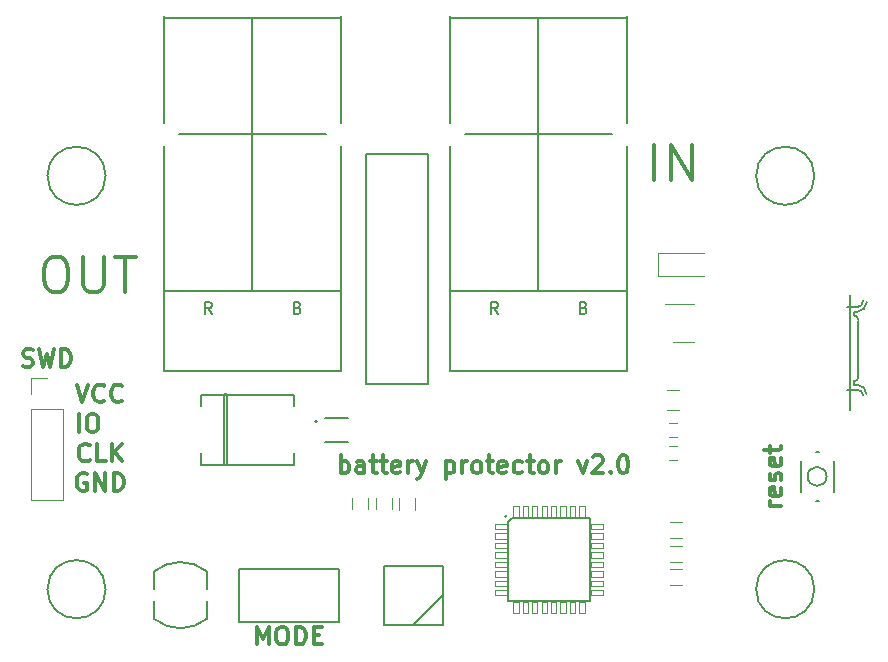
<source format=gbr>
G04 #@! TF.FileFunction,Legend,Top*
%FSLAX46Y46*%
G04 Gerber Fmt 4.6, Leading zero omitted, Abs format (unit mm)*
G04 Created by KiCad (PCBNEW 4.0.7-e2-6376~61~ubuntu18.04.1) date Sat Jul 21 17:42:36 2018*
%MOMM*%
%LPD*%
G01*
G04 APERTURE LIST*
%ADD10C,0.100000*%
%ADD11C,0.300000*%
%ADD12C,0.120000*%
%ADD13C,0.150000*%
%ADD14C,0.200000*%
%ADD15C,0.127000*%
%ADD16C,0.203200*%
%ADD17C,0.066040*%
%ADD18C,0.101600*%
G04 APERTURE END LIST*
D10*
D11*
X87785714Y-110178571D02*
X87785714Y-108678571D01*
X88285714Y-109750000D01*
X88785714Y-108678571D01*
X88785714Y-110178571D01*
X89785714Y-108678571D02*
X90071428Y-108678571D01*
X90214286Y-108750000D01*
X90357143Y-108892857D01*
X90428571Y-109178571D01*
X90428571Y-109678571D01*
X90357143Y-109964286D01*
X90214286Y-110107143D01*
X90071428Y-110178571D01*
X89785714Y-110178571D01*
X89642857Y-110107143D01*
X89500000Y-109964286D01*
X89428571Y-109678571D01*
X89428571Y-109178571D01*
X89500000Y-108892857D01*
X89642857Y-108750000D01*
X89785714Y-108678571D01*
X91071429Y-110178571D02*
X91071429Y-108678571D01*
X91428572Y-108678571D01*
X91642857Y-108750000D01*
X91785715Y-108892857D01*
X91857143Y-109035714D01*
X91928572Y-109321429D01*
X91928572Y-109535714D01*
X91857143Y-109821429D01*
X91785715Y-109964286D01*
X91642857Y-110107143D01*
X91428572Y-110178571D01*
X91071429Y-110178571D01*
X92571429Y-109392857D02*
X93071429Y-109392857D01*
X93285715Y-110178571D02*
X92571429Y-110178571D01*
X92571429Y-108678571D01*
X93285715Y-108678571D01*
X67964286Y-86607143D02*
X68178572Y-86678571D01*
X68535715Y-86678571D01*
X68678572Y-86607143D01*
X68750001Y-86535714D01*
X68821429Y-86392857D01*
X68821429Y-86250000D01*
X68750001Y-86107143D01*
X68678572Y-86035714D01*
X68535715Y-85964286D01*
X68250001Y-85892857D01*
X68107143Y-85821429D01*
X68035715Y-85750000D01*
X67964286Y-85607143D01*
X67964286Y-85464286D01*
X68035715Y-85321429D01*
X68107143Y-85250000D01*
X68250001Y-85178571D01*
X68607143Y-85178571D01*
X68821429Y-85250000D01*
X69321429Y-85178571D02*
X69678572Y-86678571D01*
X69964286Y-85607143D01*
X70250000Y-86678571D01*
X70607143Y-85178571D01*
X71178572Y-86678571D02*
X71178572Y-85178571D01*
X71535715Y-85178571D01*
X71750000Y-85250000D01*
X71892858Y-85392857D01*
X71964286Y-85535714D01*
X72035715Y-85821429D01*
X72035715Y-86035714D01*
X71964286Y-86321429D01*
X71892858Y-86464286D01*
X71750000Y-86607143D01*
X71535715Y-86678571D01*
X71178572Y-86678571D01*
X73357143Y-95750000D02*
X73214286Y-95678571D01*
X73000000Y-95678571D01*
X72785715Y-95750000D01*
X72642857Y-95892857D01*
X72571429Y-96035714D01*
X72500000Y-96321429D01*
X72500000Y-96535714D01*
X72571429Y-96821429D01*
X72642857Y-96964286D01*
X72785715Y-97107143D01*
X73000000Y-97178571D01*
X73142857Y-97178571D01*
X73357143Y-97107143D01*
X73428572Y-97035714D01*
X73428572Y-96535714D01*
X73142857Y-96535714D01*
X74071429Y-97178571D02*
X74071429Y-95678571D01*
X74928572Y-97178571D01*
X74928572Y-95678571D01*
X75642858Y-97178571D02*
X75642858Y-95678571D01*
X76000001Y-95678571D01*
X76214286Y-95750000D01*
X76357144Y-95892857D01*
X76428572Y-96035714D01*
X76500001Y-96321429D01*
X76500001Y-96535714D01*
X76428572Y-96821429D01*
X76357144Y-96964286D01*
X76214286Y-97107143D01*
X76000001Y-97178571D01*
X75642858Y-97178571D01*
X73607143Y-94535714D02*
X73535714Y-94607143D01*
X73321428Y-94678571D01*
X73178571Y-94678571D01*
X72964286Y-94607143D01*
X72821428Y-94464286D01*
X72750000Y-94321429D01*
X72678571Y-94035714D01*
X72678571Y-93821429D01*
X72750000Y-93535714D01*
X72821428Y-93392857D01*
X72964286Y-93250000D01*
X73178571Y-93178571D01*
X73321428Y-93178571D01*
X73535714Y-93250000D01*
X73607143Y-93321429D01*
X74964286Y-94678571D02*
X74250000Y-94678571D01*
X74250000Y-93178571D01*
X75464286Y-94678571D02*
X75464286Y-93178571D01*
X76321429Y-94678571D02*
X75678572Y-93821429D01*
X76321429Y-93178571D02*
X75464286Y-94035714D01*
X72714286Y-92178571D02*
X72714286Y-90678571D01*
X73714286Y-90678571D02*
X74000000Y-90678571D01*
X74142858Y-90750000D01*
X74285715Y-90892857D01*
X74357143Y-91178571D01*
X74357143Y-91678571D01*
X74285715Y-91964286D01*
X74142858Y-92107143D01*
X74000000Y-92178571D01*
X73714286Y-92178571D01*
X73571429Y-92107143D01*
X73428572Y-91964286D01*
X73357143Y-91678571D01*
X73357143Y-91178571D01*
X73428572Y-90892857D01*
X73571429Y-90750000D01*
X73714286Y-90678571D01*
X72500000Y-88178571D02*
X73000000Y-89678571D01*
X73500000Y-88178571D01*
X74857143Y-89535714D02*
X74785714Y-89607143D01*
X74571428Y-89678571D01*
X74428571Y-89678571D01*
X74214286Y-89607143D01*
X74071428Y-89464286D01*
X74000000Y-89321429D01*
X73928571Y-89035714D01*
X73928571Y-88821429D01*
X74000000Y-88535714D01*
X74071428Y-88392857D01*
X74214286Y-88250000D01*
X74428571Y-88178571D01*
X74571428Y-88178571D01*
X74785714Y-88250000D01*
X74857143Y-88321429D01*
X76357143Y-89535714D02*
X76285714Y-89607143D01*
X76071428Y-89678571D01*
X75928571Y-89678571D01*
X75714286Y-89607143D01*
X75571428Y-89464286D01*
X75500000Y-89321429D01*
X75428571Y-89035714D01*
X75428571Y-88821429D01*
X75500000Y-88535714D01*
X75571428Y-88392857D01*
X75714286Y-88250000D01*
X75928571Y-88178571D01*
X76071428Y-88178571D01*
X76285714Y-88250000D01*
X76357143Y-88321429D01*
X132178571Y-98428571D02*
X131178571Y-98428571D01*
X131464286Y-98428571D02*
X131321429Y-98357143D01*
X131250000Y-98285714D01*
X131178571Y-98142857D01*
X131178571Y-98000000D01*
X132107143Y-96928572D02*
X132178571Y-97071429D01*
X132178571Y-97357143D01*
X132107143Y-97500000D01*
X131964286Y-97571429D01*
X131392857Y-97571429D01*
X131250000Y-97500000D01*
X131178571Y-97357143D01*
X131178571Y-97071429D01*
X131250000Y-96928572D01*
X131392857Y-96857143D01*
X131535714Y-96857143D01*
X131678571Y-97571429D01*
X132107143Y-96285715D02*
X132178571Y-96142858D01*
X132178571Y-95857143D01*
X132107143Y-95714286D01*
X131964286Y-95642858D01*
X131892857Y-95642858D01*
X131750000Y-95714286D01*
X131678571Y-95857143D01*
X131678571Y-96071429D01*
X131607143Y-96214286D01*
X131464286Y-96285715D01*
X131392857Y-96285715D01*
X131250000Y-96214286D01*
X131178571Y-96071429D01*
X131178571Y-95857143D01*
X131250000Y-95714286D01*
X132107143Y-94428572D02*
X132178571Y-94571429D01*
X132178571Y-94857143D01*
X132107143Y-95000000D01*
X131964286Y-95071429D01*
X131392857Y-95071429D01*
X131250000Y-95000000D01*
X131178571Y-94857143D01*
X131178571Y-94571429D01*
X131250000Y-94428572D01*
X131392857Y-94357143D01*
X131535714Y-94357143D01*
X131678571Y-95071429D01*
X131178571Y-93928572D02*
X131178571Y-93357143D01*
X130678571Y-93714286D02*
X131964286Y-93714286D01*
X132107143Y-93642858D01*
X132178571Y-93500000D01*
X132178571Y-93357143D01*
X94857144Y-95678571D02*
X94857144Y-94178571D01*
X94857144Y-94750000D02*
X95000001Y-94678571D01*
X95285715Y-94678571D01*
X95428572Y-94750000D01*
X95500001Y-94821429D01*
X95571430Y-94964286D01*
X95571430Y-95392857D01*
X95500001Y-95535714D01*
X95428572Y-95607143D01*
X95285715Y-95678571D01*
X95000001Y-95678571D01*
X94857144Y-95607143D01*
X96857144Y-95678571D02*
X96857144Y-94892857D01*
X96785715Y-94750000D01*
X96642858Y-94678571D01*
X96357144Y-94678571D01*
X96214287Y-94750000D01*
X96857144Y-95607143D02*
X96714287Y-95678571D01*
X96357144Y-95678571D01*
X96214287Y-95607143D01*
X96142858Y-95464286D01*
X96142858Y-95321429D01*
X96214287Y-95178571D01*
X96357144Y-95107143D01*
X96714287Y-95107143D01*
X96857144Y-95035714D01*
X97357144Y-94678571D02*
X97928573Y-94678571D01*
X97571430Y-94178571D02*
X97571430Y-95464286D01*
X97642858Y-95607143D01*
X97785716Y-95678571D01*
X97928573Y-95678571D01*
X98214287Y-94678571D02*
X98785716Y-94678571D01*
X98428573Y-94178571D02*
X98428573Y-95464286D01*
X98500001Y-95607143D01*
X98642859Y-95678571D01*
X98785716Y-95678571D01*
X99857144Y-95607143D02*
X99714287Y-95678571D01*
X99428573Y-95678571D01*
X99285716Y-95607143D01*
X99214287Y-95464286D01*
X99214287Y-94892857D01*
X99285716Y-94750000D01*
X99428573Y-94678571D01*
X99714287Y-94678571D01*
X99857144Y-94750000D01*
X99928573Y-94892857D01*
X99928573Y-95035714D01*
X99214287Y-95178571D01*
X100571430Y-95678571D02*
X100571430Y-94678571D01*
X100571430Y-94964286D02*
X100642858Y-94821429D01*
X100714287Y-94750000D01*
X100857144Y-94678571D01*
X101000001Y-94678571D01*
X101357144Y-94678571D02*
X101714287Y-95678571D01*
X102071429Y-94678571D02*
X101714287Y-95678571D01*
X101571429Y-96035714D01*
X101500001Y-96107143D01*
X101357144Y-96178571D01*
X103785715Y-94678571D02*
X103785715Y-96178571D01*
X103785715Y-94750000D02*
X103928572Y-94678571D01*
X104214286Y-94678571D01*
X104357143Y-94750000D01*
X104428572Y-94821429D01*
X104500001Y-94964286D01*
X104500001Y-95392857D01*
X104428572Y-95535714D01*
X104357143Y-95607143D01*
X104214286Y-95678571D01*
X103928572Y-95678571D01*
X103785715Y-95607143D01*
X105142858Y-95678571D02*
X105142858Y-94678571D01*
X105142858Y-94964286D02*
X105214286Y-94821429D01*
X105285715Y-94750000D01*
X105428572Y-94678571D01*
X105571429Y-94678571D01*
X106285715Y-95678571D02*
X106142857Y-95607143D01*
X106071429Y-95535714D01*
X106000000Y-95392857D01*
X106000000Y-94964286D01*
X106071429Y-94821429D01*
X106142857Y-94750000D01*
X106285715Y-94678571D01*
X106500000Y-94678571D01*
X106642857Y-94750000D01*
X106714286Y-94821429D01*
X106785715Y-94964286D01*
X106785715Y-95392857D01*
X106714286Y-95535714D01*
X106642857Y-95607143D01*
X106500000Y-95678571D01*
X106285715Y-95678571D01*
X107214286Y-94678571D02*
X107785715Y-94678571D01*
X107428572Y-94178571D02*
X107428572Y-95464286D01*
X107500000Y-95607143D01*
X107642858Y-95678571D01*
X107785715Y-95678571D01*
X108857143Y-95607143D02*
X108714286Y-95678571D01*
X108428572Y-95678571D01*
X108285715Y-95607143D01*
X108214286Y-95464286D01*
X108214286Y-94892857D01*
X108285715Y-94750000D01*
X108428572Y-94678571D01*
X108714286Y-94678571D01*
X108857143Y-94750000D01*
X108928572Y-94892857D01*
X108928572Y-95035714D01*
X108214286Y-95178571D01*
X110214286Y-95607143D02*
X110071429Y-95678571D01*
X109785715Y-95678571D01*
X109642857Y-95607143D01*
X109571429Y-95535714D01*
X109500000Y-95392857D01*
X109500000Y-94964286D01*
X109571429Y-94821429D01*
X109642857Y-94750000D01*
X109785715Y-94678571D01*
X110071429Y-94678571D01*
X110214286Y-94750000D01*
X110642857Y-94678571D02*
X111214286Y-94678571D01*
X110857143Y-94178571D02*
X110857143Y-95464286D01*
X110928571Y-95607143D01*
X111071429Y-95678571D01*
X111214286Y-95678571D01*
X111928572Y-95678571D02*
X111785714Y-95607143D01*
X111714286Y-95535714D01*
X111642857Y-95392857D01*
X111642857Y-94964286D01*
X111714286Y-94821429D01*
X111785714Y-94750000D01*
X111928572Y-94678571D01*
X112142857Y-94678571D01*
X112285714Y-94750000D01*
X112357143Y-94821429D01*
X112428572Y-94964286D01*
X112428572Y-95392857D01*
X112357143Y-95535714D01*
X112285714Y-95607143D01*
X112142857Y-95678571D01*
X111928572Y-95678571D01*
X113071429Y-95678571D02*
X113071429Y-94678571D01*
X113071429Y-94964286D02*
X113142857Y-94821429D01*
X113214286Y-94750000D01*
X113357143Y-94678571D01*
X113500000Y-94678571D01*
X115000000Y-94678571D02*
X115357143Y-95678571D01*
X115714285Y-94678571D01*
X116214285Y-94321429D02*
X116285714Y-94250000D01*
X116428571Y-94178571D01*
X116785714Y-94178571D01*
X116928571Y-94250000D01*
X117000000Y-94321429D01*
X117071428Y-94464286D01*
X117071428Y-94607143D01*
X117000000Y-94821429D01*
X116142857Y-95678571D01*
X117071428Y-95678571D01*
X117714285Y-95535714D02*
X117785713Y-95607143D01*
X117714285Y-95678571D01*
X117642856Y-95607143D01*
X117714285Y-95535714D01*
X117714285Y-95678571D01*
X118714285Y-94178571D02*
X118857142Y-94178571D01*
X118999999Y-94250000D01*
X119071428Y-94321429D01*
X119142857Y-94464286D01*
X119214285Y-94750000D01*
X119214285Y-95107143D01*
X119142857Y-95392857D01*
X119071428Y-95535714D01*
X118999999Y-95607143D01*
X118857142Y-95678571D01*
X118714285Y-95678571D01*
X118571428Y-95607143D01*
X118499999Y-95535714D01*
X118428571Y-95392857D01*
X118357142Y-95107143D01*
X118357142Y-94750000D01*
X118428571Y-94464286D01*
X118499999Y-94321429D01*
X118571428Y-94250000D01*
X118714285Y-94178571D01*
X70500000Y-77357143D02*
X71071429Y-77357143D01*
X71357143Y-77500000D01*
X71642857Y-77785714D01*
X71785715Y-78357143D01*
X71785715Y-79357143D01*
X71642857Y-79928571D01*
X71357143Y-80214286D01*
X71071429Y-80357143D01*
X70500000Y-80357143D01*
X70214286Y-80214286D01*
X69928572Y-79928571D01*
X69785715Y-79357143D01*
X69785715Y-78357143D01*
X69928572Y-77785714D01*
X70214286Y-77500000D01*
X70500000Y-77357143D01*
X73071429Y-77357143D02*
X73071429Y-79785714D01*
X73214286Y-80071429D01*
X73357143Y-80214286D01*
X73642857Y-80357143D01*
X74214286Y-80357143D01*
X74500000Y-80214286D01*
X74642857Y-80071429D01*
X74785714Y-79785714D01*
X74785714Y-77357143D01*
X75785714Y-77357143D02*
X77500000Y-77357143D01*
X76642857Y-80357143D02*
X76642857Y-77357143D01*
X121428572Y-70857143D02*
X121428572Y-67857143D01*
X122857143Y-70857143D02*
X122857143Y-67857143D01*
X124571428Y-70857143D01*
X124571428Y-67857143D01*
D12*
X123500000Y-88650000D02*
X122500000Y-88650000D01*
X122500000Y-90350000D02*
X123500000Y-90350000D01*
X123350000Y-92600000D02*
X122650000Y-92600000D01*
X122650000Y-91400000D02*
X123350000Y-91400000D01*
X123350000Y-94600000D02*
X122650000Y-94600000D01*
X122650000Y-93400000D02*
X123350000Y-93400000D01*
X121750000Y-77000000D02*
X121750000Y-79000000D01*
X121750000Y-79000000D02*
X125650000Y-79000000D01*
X121750000Y-77000000D02*
X125650000Y-77000000D01*
D13*
X85000000Y-89000000D02*
X85250000Y-89000000D01*
X85250000Y-95000000D02*
X85250000Y-89000000D01*
X85000000Y-95000000D02*
X85250000Y-95000000D01*
X85000000Y-89000000D02*
X85000000Y-95000000D01*
D14*
X83050000Y-90000000D02*
X83050000Y-89050000D01*
X83050000Y-89050000D02*
X90950000Y-89050000D01*
X90950000Y-89050000D02*
X90950000Y-90000000D01*
X83050000Y-94000000D02*
X83050000Y-94950000D01*
X83050000Y-94950000D02*
X90950000Y-94950000D01*
X90950000Y-94950000D02*
X90950000Y-94000000D01*
D13*
X102250000Y-88140000D02*
X97000000Y-88140000D01*
X102250000Y-68640000D02*
X102250000Y-88140000D01*
X97000000Y-68640000D02*
X102250000Y-68640000D01*
X97000000Y-68640000D02*
X97000000Y-88140000D01*
D14*
X74962214Y-105500000D02*
G75*
G03X74962214Y-105500000I-2462214J0D01*
G01*
X74962214Y-70500000D02*
G75*
G03X74962214Y-70500000I-2462214J0D01*
G01*
X134962214Y-70500000D02*
G75*
G03X134962214Y-70500000I-2462214J0D01*
G01*
X134962214Y-105500000D02*
G75*
G03X134962214Y-105500000I-2462214J0D01*
G01*
D12*
X68670000Y-97910000D02*
X71330000Y-97910000D01*
X68670000Y-90230000D02*
X68670000Y-97910000D01*
X71330000Y-90230000D02*
X71330000Y-97910000D01*
X68670000Y-90230000D02*
X71330000Y-90230000D01*
X68670000Y-88960000D02*
X68670000Y-87630000D01*
X68670000Y-87630000D02*
X70000000Y-87630000D01*
D13*
X119110000Y-86990000D02*
X119110000Y-80240000D01*
X104110000Y-86990000D02*
X119110000Y-86990000D01*
X104110000Y-80240000D02*
X104110000Y-86990000D01*
X119110000Y-65990000D02*
X119110000Y-56990000D01*
X104110000Y-67990000D02*
X104110000Y-80240000D01*
X111610000Y-57240000D02*
X111610000Y-80240000D01*
X119110000Y-80240000D02*
X119110000Y-67990000D01*
X104110000Y-80240000D02*
X119110000Y-80240000D01*
X104110000Y-56990000D02*
X104110000Y-65990000D01*
X104220000Y-57100000D02*
X119000000Y-57100000D01*
X105360000Y-66990000D02*
X117860000Y-66990000D01*
X94890000Y-86990000D02*
X94890000Y-80240000D01*
X79890000Y-86990000D02*
X94890000Y-86990000D01*
X79890000Y-80240000D02*
X79890000Y-86990000D01*
X94890000Y-65990000D02*
X94890000Y-56990000D01*
X79890000Y-67990000D02*
X79890000Y-80240000D01*
X87390000Y-57240000D02*
X87390000Y-80240000D01*
X94890000Y-80240000D02*
X94890000Y-67990000D01*
X79890000Y-80240000D02*
X94890000Y-80240000D01*
X79890000Y-56990000D02*
X79890000Y-65990000D01*
X80000000Y-57100000D02*
X94780000Y-57100000D01*
X81140000Y-66990000D02*
X93640000Y-66990000D01*
D15*
X137750000Y-88600000D02*
X138600000Y-88600000D01*
X138600000Y-88600000D02*
X138650000Y-88600000D01*
X137750000Y-81600000D02*
X138650000Y-81600000D01*
X137950000Y-90350000D02*
X137950000Y-80600000D01*
X138600000Y-88600000D02*
G75*
G02X139100000Y-89100000I0J-500000D01*
G01*
X139400000Y-89000000D02*
G75*
G03X138600000Y-88200000I-800000J0D01*
G01*
X138600000Y-88200000D02*
X138300000Y-88200000D01*
X138300000Y-88200000D02*
X138300000Y-87900000D01*
X138300000Y-87900000D02*
G75*
G03X138700000Y-87500000I0J400000D01*
G01*
X137750000Y-81600000D02*
X138600000Y-81600000D01*
X138600000Y-81600000D02*
X138650000Y-81600000D01*
X138600000Y-81600000D02*
G75*
G03X139100000Y-81100000I0J500000D01*
G01*
X139400000Y-81200000D02*
G75*
G02X138600000Y-82000000I-800000J0D01*
G01*
X138600000Y-82000000D02*
X138300000Y-82000000D01*
X138300000Y-82000000D02*
X138300000Y-82300000D01*
X138300000Y-82300000D02*
G75*
G02X138700000Y-82700000I0J-400000D01*
G01*
X138700000Y-87500000D02*
X138700000Y-82800000D01*
D12*
X99820000Y-98821429D02*
X99820000Y-97821429D01*
X101180000Y-97821429D02*
X101180000Y-98821429D01*
X97820000Y-98750000D02*
X97820000Y-97750000D01*
X99180000Y-97750000D02*
X99180000Y-98750000D01*
X97180000Y-97750000D02*
X97180000Y-98750000D01*
X95820000Y-98750000D02*
X95820000Y-97750000D01*
D13*
X79050000Y-108000000D02*
G75*
G03X83550000Y-108000000I2250000J2750000D01*
G01*
X83550000Y-104000000D02*
G75*
G03X79050000Y-104000000I-2250000J-2750000D01*
G01*
X83550000Y-105500000D02*
X83550000Y-104000000D01*
X79050000Y-108000000D02*
X79050000Y-106500000D01*
X83550000Y-108000000D02*
X83550000Y-106500000D01*
X79050000Y-105500000D02*
X79050000Y-104000000D01*
D12*
X123750000Y-105180000D02*
X122750000Y-105180000D01*
X122750000Y-103820000D02*
X123750000Y-103820000D01*
X122750000Y-101820000D02*
X123750000Y-101820000D01*
X123750000Y-103180000D02*
X122750000Y-103180000D01*
X123750000Y-101180000D02*
X122750000Y-101180000D01*
X122750000Y-99820000D02*
X123750000Y-99820000D01*
D16*
X133802900Y-97286260D02*
X133802900Y-94614180D01*
X136601980Y-94614180D02*
X136601980Y-97286260D01*
X135331980Y-93852180D02*
X135072900Y-93852180D01*
X135072900Y-98048260D02*
X135331980Y-98048260D01*
D15*
X136005080Y-95950220D02*
G75*
G03X136005080Y-95950220I-802640J0D01*
G01*
D13*
X94750000Y-103750000D02*
X94750000Y-108250000D01*
X86250000Y-108250000D02*
X94750000Y-108250000D01*
X86250000Y-103750000D02*
X86250000Y-108250000D01*
X86250000Y-103750000D02*
X94750000Y-103750000D01*
D17*
X107953400Y-100429520D02*
X108944000Y-100429520D01*
X108944000Y-100429520D02*
X108944000Y-99972320D01*
X107953400Y-99972320D02*
X108944000Y-99972320D01*
X107953400Y-100429520D02*
X107953400Y-99972320D01*
X107953400Y-101229620D02*
X108944000Y-101229620D01*
X108944000Y-101229620D02*
X108944000Y-100772420D01*
X107953400Y-100772420D02*
X108944000Y-100772420D01*
X107953400Y-101229620D02*
X107953400Y-100772420D01*
X107953400Y-102029720D02*
X108944000Y-102029720D01*
X108944000Y-102029720D02*
X108944000Y-101572520D01*
X107953400Y-101572520D02*
X108944000Y-101572520D01*
X107953400Y-102029720D02*
X107953400Y-101572520D01*
X107953400Y-102829820D02*
X108944000Y-102829820D01*
X108944000Y-102829820D02*
X108944000Y-102372620D01*
X107953400Y-102372620D02*
X108944000Y-102372620D01*
X107953400Y-102829820D02*
X107953400Y-102372620D01*
X107953400Y-103627380D02*
X108944000Y-103627380D01*
X108944000Y-103627380D02*
X108944000Y-103170180D01*
X107953400Y-103170180D02*
X108944000Y-103170180D01*
X107953400Y-103627380D02*
X107953400Y-103170180D01*
X107953400Y-104427480D02*
X108944000Y-104427480D01*
X108944000Y-104427480D02*
X108944000Y-103970280D01*
X107953400Y-103970280D02*
X108944000Y-103970280D01*
X107953400Y-104427480D02*
X107953400Y-103970280D01*
X107953400Y-105227580D02*
X108944000Y-105227580D01*
X108944000Y-105227580D02*
X108944000Y-104770380D01*
X107953400Y-104770380D02*
X108944000Y-104770380D01*
X107953400Y-105227580D02*
X107953400Y-104770380D01*
X107953400Y-106027680D02*
X108944000Y-106027680D01*
X108944000Y-106027680D02*
X108944000Y-105570480D01*
X107953400Y-105570480D02*
X108944000Y-105570480D01*
X107953400Y-106027680D02*
X107953400Y-105570480D01*
X109472320Y-107546600D02*
X109929520Y-107546600D01*
X109929520Y-107546600D02*
X109929520Y-106556000D01*
X109472320Y-106556000D02*
X109929520Y-106556000D01*
X109472320Y-107546600D02*
X109472320Y-106556000D01*
X110272420Y-107546600D02*
X110729620Y-107546600D01*
X110729620Y-107546600D02*
X110729620Y-106556000D01*
X110272420Y-106556000D02*
X110729620Y-106556000D01*
X110272420Y-107546600D02*
X110272420Y-106556000D01*
X111072520Y-107546600D02*
X111529720Y-107546600D01*
X111529720Y-107546600D02*
X111529720Y-106556000D01*
X111072520Y-106556000D02*
X111529720Y-106556000D01*
X111072520Y-107546600D02*
X111072520Y-106556000D01*
X111872620Y-107546600D02*
X112329820Y-107546600D01*
X112329820Y-107546600D02*
X112329820Y-106556000D01*
X111872620Y-106556000D02*
X112329820Y-106556000D01*
X111872620Y-107546600D02*
X111872620Y-106556000D01*
X112670180Y-107546600D02*
X113127380Y-107546600D01*
X113127380Y-107546600D02*
X113127380Y-106556000D01*
X112670180Y-106556000D02*
X113127380Y-106556000D01*
X112670180Y-107546600D02*
X112670180Y-106556000D01*
X113470280Y-107546600D02*
X113927480Y-107546600D01*
X113927480Y-107546600D02*
X113927480Y-106556000D01*
X113470280Y-106556000D02*
X113927480Y-106556000D01*
X113470280Y-107546600D02*
X113470280Y-106556000D01*
X114270380Y-107546600D02*
X114727580Y-107546600D01*
X114727580Y-107546600D02*
X114727580Y-106556000D01*
X114270380Y-106556000D02*
X114727580Y-106556000D01*
X114270380Y-107546600D02*
X114270380Y-106556000D01*
X115070480Y-107546600D02*
X115527680Y-107546600D01*
X115527680Y-107546600D02*
X115527680Y-106556000D01*
X115070480Y-106556000D02*
X115527680Y-106556000D01*
X115070480Y-107546600D02*
X115070480Y-106556000D01*
X116056000Y-106027680D02*
X117046600Y-106027680D01*
X117046600Y-106027680D02*
X117046600Y-105570480D01*
X116056000Y-105570480D02*
X117046600Y-105570480D01*
X116056000Y-106027680D02*
X116056000Y-105570480D01*
X116056000Y-105227580D02*
X117046600Y-105227580D01*
X117046600Y-105227580D02*
X117046600Y-104770380D01*
X116056000Y-104770380D02*
X117046600Y-104770380D01*
X116056000Y-105227580D02*
X116056000Y-104770380D01*
X116056000Y-104427480D02*
X117046600Y-104427480D01*
X117046600Y-104427480D02*
X117046600Y-103970280D01*
X116056000Y-103970280D02*
X117046600Y-103970280D01*
X116056000Y-104427480D02*
X116056000Y-103970280D01*
X116056000Y-103627380D02*
X117046600Y-103627380D01*
X117046600Y-103627380D02*
X117046600Y-103170180D01*
X116056000Y-103170180D02*
X117046600Y-103170180D01*
X116056000Y-103627380D02*
X116056000Y-103170180D01*
X116056000Y-102829820D02*
X117046600Y-102829820D01*
X117046600Y-102829820D02*
X117046600Y-102372620D01*
X116056000Y-102372620D02*
X117046600Y-102372620D01*
X116056000Y-102829820D02*
X116056000Y-102372620D01*
X116056000Y-102029720D02*
X117046600Y-102029720D01*
X117046600Y-102029720D02*
X117046600Y-101572520D01*
X116056000Y-101572520D02*
X117046600Y-101572520D01*
X116056000Y-102029720D02*
X116056000Y-101572520D01*
X116056000Y-101229620D02*
X117046600Y-101229620D01*
X117046600Y-101229620D02*
X117046600Y-100772420D01*
X116056000Y-100772420D02*
X117046600Y-100772420D01*
X116056000Y-101229620D02*
X116056000Y-100772420D01*
X116056000Y-100429520D02*
X117046600Y-100429520D01*
X117046600Y-100429520D02*
X117046600Y-99972320D01*
X116056000Y-99972320D02*
X117046600Y-99972320D01*
X116056000Y-100429520D02*
X116056000Y-99972320D01*
X115070480Y-99444000D02*
X115527680Y-99444000D01*
X115527680Y-99444000D02*
X115527680Y-98453400D01*
X115070480Y-98453400D02*
X115527680Y-98453400D01*
X115070480Y-99444000D02*
X115070480Y-98453400D01*
X114270380Y-99444000D02*
X114727580Y-99444000D01*
X114727580Y-99444000D02*
X114727580Y-98453400D01*
X114270380Y-98453400D02*
X114727580Y-98453400D01*
X114270380Y-99444000D02*
X114270380Y-98453400D01*
X113470280Y-99444000D02*
X113927480Y-99444000D01*
X113927480Y-99444000D02*
X113927480Y-98453400D01*
X113470280Y-98453400D02*
X113927480Y-98453400D01*
X113470280Y-99444000D02*
X113470280Y-98453400D01*
X112670180Y-99444000D02*
X113127380Y-99444000D01*
X113127380Y-99444000D02*
X113127380Y-98453400D01*
X112670180Y-98453400D02*
X113127380Y-98453400D01*
X112670180Y-99444000D02*
X112670180Y-98453400D01*
X111872620Y-99444000D02*
X112329820Y-99444000D01*
X112329820Y-99444000D02*
X112329820Y-98453400D01*
X111872620Y-98453400D02*
X112329820Y-98453400D01*
X111872620Y-99444000D02*
X111872620Y-98453400D01*
X111072520Y-99444000D02*
X111529720Y-99444000D01*
X111529720Y-99444000D02*
X111529720Y-98453400D01*
X111072520Y-98453400D02*
X111529720Y-98453400D01*
X111072520Y-99444000D02*
X111072520Y-98453400D01*
X110272420Y-99444000D02*
X110729620Y-99444000D01*
X110729620Y-99444000D02*
X110729620Y-98453400D01*
X110272420Y-98453400D02*
X110729620Y-98453400D01*
X110272420Y-99444000D02*
X110272420Y-98453400D01*
X109472320Y-99444000D02*
X109929520Y-99444000D01*
X109929520Y-99444000D02*
X109929520Y-98453400D01*
X109472320Y-98453400D02*
X109929520Y-98453400D01*
X109472320Y-99444000D02*
X109472320Y-98453400D01*
D16*
X116002660Y-99497340D02*
X116002660Y-106502660D01*
X116002660Y-106502660D02*
X108997340Y-106502660D01*
X108997340Y-106502660D02*
X108997340Y-99850400D01*
X109350400Y-99497340D02*
X116002660Y-99497340D01*
X109350400Y-99497340D02*
X108997340Y-99850400D01*
D18*
X108950163Y-99317000D02*
G75*
G03X108950163Y-99317000I-107763J0D01*
G01*
D15*
X98500640Y-103500640D02*
X98500640Y-108499360D01*
X98500640Y-108499360D02*
X103499360Y-108499360D01*
X103499360Y-108499360D02*
X103499360Y-103500640D01*
X103499360Y-103500640D02*
X98500640Y-103500640D01*
D16*
X103500000Y-106000000D02*
X101000000Y-108500000D01*
D12*
X123000000Y-84560000D02*
X124800000Y-84560000D01*
X124800000Y-81340000D02*
X122350000Y-81340000D01*
D15*
X93500000Y-91000000D02*
X95500000Y-91000000D01*
X93500000Y-93000000D02*
X95500000Y-93000000D01*
X92900000Y-91300000D02*
G75*
G03X92900000Y-91300000I-100000J0D01*
G01*
D13*
X115431429Y-81668571D02*
X115574286Y-81716190D01*
X115621905Y-81763810D01*
X115669524Y-81859048D01*
X115669524Y-82001905D01*
X115621905Y-82097143D01*
X115574286Y-82144762D01*
X115479048Y-82192381D01*
X115098095Y-82192381D01*
X115098095Y-81192381D01*
X115431429Y-81192381D01*
X115526667Y-81240000D01*
X115574286Y-81287619D01*
X115621905Y-81382857D01*
X115621905Y-81478095D01*
X115574286Y-81573333D01*
X115526667Y-81620952D01*
X115431429Y-81668571D01*
X115098095Y-81668571D01*
X108169524Y-82192381D02*
X107836190Y-81716190D01*
X107598095Y-82192381D02*
X107598095Y-81192381D01*
X107979048Y-81192381D01*
X108074286Y-81240000D01*
X108121905Y-81287619D01*
X108169524Y-81382857D01*
X108169524Y-81525714D01*
X108121905Y-81620952D01*
X108074286Y-81668571D01*
X107979048Y-81716190D01*
X107598095Y-81716190D01*
X91211429Y-81668571D02*
X91354286Y-81716190D01*
X91401905Y-81763810D01*
X91449524Y-81859048D01*
X91449524Y-82001905D01*
X91401905Y-82097143D01*
X91354286Y-82144762D01*
X91259048Y-82192381D01*
X90878095Y-82192381D01*
X90878095Y-81192381D01*
X91211429Y-81192381D01*
X91306667Y-81240000D01*
X91354286Y-81287619D01*
X91401905Y-81382857D01*
X91401905Y-81478095D01*
X91354286Y-81573333D01*
X91306667Y-81620952D01*
X91211429Y-81668571D01*
X90878095Y-81668571D01*
X83949524Y-82192381D02*
X83616190Y-81716190D01*
X83378095Y-82192381D02*
X83378095Y-81192381D01*
X83759048Y-81192381D01*
X83854286Y-81240000D01*
X83901905Y-81287619D01*
X83949524Y-81382857D01*
X83949524Y-81525714D01*
X83901905Y-81620952D01*
X83854286Y-81668571D01*
X83759048Y-81716190D01*
X83378095Y-81716190D01*
M02*

</source>
